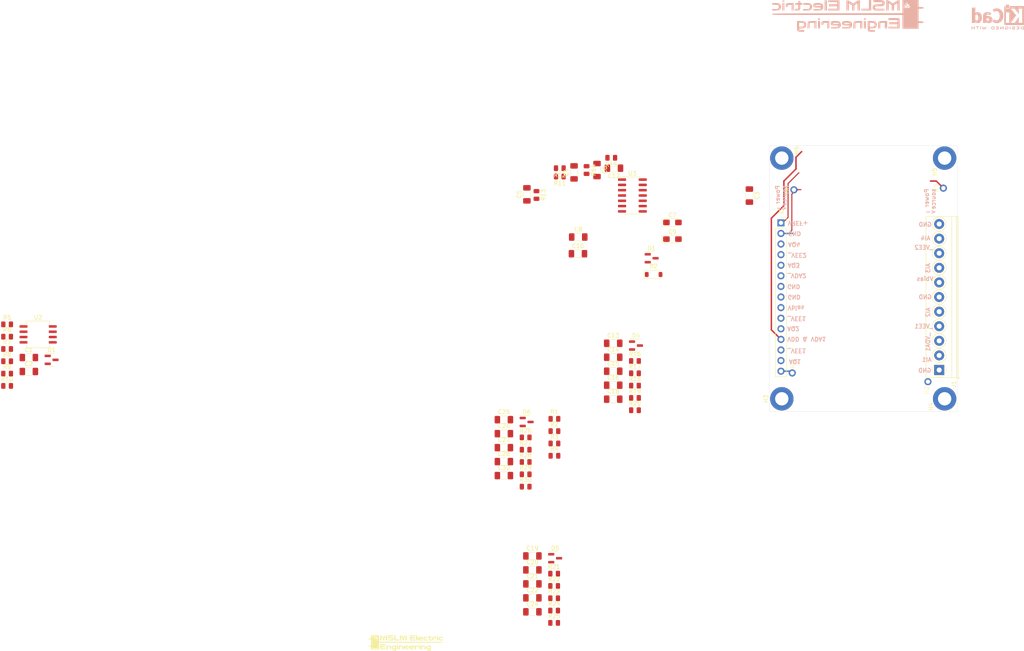
<source format=kicad_pcb>
(kicad_pcb (version 20241229) (generator "pcbnew") (generator_version "9.0")
  (layers (0 "F.Cu" signal) (2 "B.Cu" signal) (13 "F.Paste" user) (15 "B.Paste" user) (5 "F.SilkS" user "F.Silkscreen") (7 "B.SilkS" user "B.Silkscreen") (1 "F.Mask" user) (3 "B.Mask" user) (25 "Edge.Cuts" user))
  (net 0 "")
  (net 1 "/AI1+")
  (net 2 "/AQ1")
  (net 3 "/AQ2")
  (net 4 "/AI2+")
  (net 5 "/AQ3")
  (net 6 "/AI2-")
  (net 7 "/AQ4")
  (net 8 "/VREF+")
  (net 9 "/bias")
  (net 10 "GNDD")
  (net 11 "Net-(U3A--)")
  (net 16 "Net-(C6-Pad1)")
  (net 17 "/OPA1VDA")
  (net 18 "/OPA1VEE")
  (net 19 "Net-(U3B--)")
  (net 20 "Net-(C16-Pad1)")
  (net 21 "Net-(U3C--)")
  (net 22 "Net-(C22-Pad1)")
  (net 23 "Net-(U3D--)")
  (net 24 "Net-(C28-Pad1)")
  (net 25 "/AI3+")
  (net 26 "/AI3-")
  (net 27 "/AI4+")
  (net 28 "/AI4-")
  (net 31 "Net-(U1-REF)")
  (net 32 "Net-(U2A-+)")
  (net 33 "Net-(U2B--)")
  (net 34 "/VDA")
  (net 35 "GNDA")
  (net 37 "/VEE")
  (net 38 "/AI1-")
  (net 39 "Net-(U3A-+)")
  (net 40 "Net-(U3B-+)")
  (net 41 "Net-(U3C-+)")
  (net 42 "Net-(U3D-+)")
  (footprint "Package_TO_SOT_SMD:SOT-23" (layer "F.Cu") (at 137.146 119.334)
    (property "Reference" "D6" (at 0 -2.4 0) (layer "F.SilkS"))
    (property "Value" "BAT54S")
    (pad "1" smd roundrect (at -0.9375 -0.95) (size 1.475 0.6) (layers "F.Cu" "F.Mask" "F.Paste") (net 18 "/OPA1VEE"))
    (pad "2" smd roundrect (at -0.9375 0.95) (size 1.475 0.6) (layers "F.Cu" "F.Mask" "F.Paste") (net 17 "/OPA1VDA"))
    (pad "3" smd roundrect (at 0.9375 0) (size 1.475 0.6) (layers "F.Cu" "F.Mask" "F.Paste") (net 5 "/AQ3"))
  )
  (footprint "Capacitor_SMD:C_1206_3216Metric_Pad1.33x1.80mm_HandSolder" (layer "F.Cu") (at 157.8815 113.867)
    (property "Reference" "C18" (at 0 -1.85 0) (layer "F.SilkS"))
    (property "Value" "C_Small")
    (pad "1" smd roundrect (at -1.5625 0) (size 1.325 1.8) (layers "F.Cu" "F.Mask" "F.Paste") (roundrect_rratio 0.188679) (net 35 "GNDA"))
    (pad "2" smd roundrect (at 1.5625 0) (size 1.325 1.8) (layers "F.Cu" "F.Mask" "F.Paste") (roundrect_rratio 0.188679) (net 3 "/AQ2"))
  )
  (footprint "Resistor_SMD:R_0805_2012Metric" (layer "F.Cu") (at 12.697 101.836)
    (property "Reference" "R7" (at 0 -1.65 0) (layer "F.SilkS"))
    (property "Value" "R_Small")
    (pad "1" smd roundrect (at -0.9125 0) (size 1.025 1.4) (layers "F.Cu" "F.Mask" "F.Paste") (roundrect_rratio 0.243902) (net 31 "Net-(U1-REF)"))
    (pad "2" smd roundrect (at 0.9125 0) (size 1.025 1.4) (layers "F.Cu" "F.Mask" "F.Paste") (roundrect_rratio 0.243902) (net 10 "GNDD"))
  )
  (footprint "Resistor_SMD:R_0805_2012Metric" (layer "F.Cu") (at 163.0915 104.717)
    (property "Reference" "R16" (at 0 -1.65 0) (layer "F.SilkS"))
    (property "Value" "R_Small")
    (pad "1" smd roundrect (at -0.9125 0) (size 1.025 1.4) (layers "F.Cu" "F.Mask" "F.Paste") (roundrect_rratio 0.243902) (net 4 "/AI2+"))
    (pad "2" smd roundrect (at 0.9125 0) (size 1.025 1.4) (layers "F.Cu" "F.Mask" "F.Paste") (roundrect_rratio 0.243902) (net 40 "Net-(U3B-+)"))
  )
  (footprint "Capacitor_Tantalum_SMD:CP_EIA-3216-10_Kemet-I_Pad1.58x1.35mm_HandSolder" (layer "F.Cu") (at 172.0625 75.5)
    (property "Reference" "C9" (at 0 -1.75 0) (layer "F.SilkS"))
    (property "Value" "CP_Small")
    (pad "1" smd roundrect (at -1.4375 0) (size 1.575 1.35) (layers "F.Cu" "F.Mask" "F.Paste") (roundrect_rratio 0.185185) (net 18 "/OPA1VEE"))
    (pad "2" smd roundrect (at 1.4375 0) (size 1.575 1.35) (layers "F.Cu" "F.Mask" "F.Paste") (roundrect_rratio 0.185185) (net 35 "GNDA"))
  )
  (footprint "Capacitor_SMD:C_1206_3216Metric_Pad1.33x1.80mm_HandSolder" (layer "F.Cu") (at 131.696 128.834)
    (property "Reference" "C28" (at 0 -1.85 0) (layer "F.SilkS"))
    (property "Value" "FiltComp")
    (pad "1" smd roundrect (at -1.5625 0) (size 1.325 1.8) (layers "F.Cu" "F.Mask" "F.Paste") (roundrect_rratio 0.188679) (net 24 "Net-(C28-Pad1)"))
    (pad "2" smd roundrect (at 1.5625 0) (size 1.325 1.8) (layers "F.Cu" "F.Mask" "F.Paste") (roundrect_rratio 0.188679) (net 23 "Net-(U3D--)"))
  )
  (footprint "Resistor_SMD:R_0805_2012Metric" (layer "F.Cu") (at 163.0915 107.667)
    (property "Reference" "R17" (at 0 -1.65 0) (layer "F.SilkS"))
    (property "Value" "R_Small")
    (pad "1" smd roundrect (at -0.9125 0) (size 1.025 1.4) (layers "F.Cu" "F.Mask" "F.Paste") (roundrect_rratio 0.243902) (net 6 "/AI2-"))
    (pad "2" smd roundrect (at 0.9125 0) (size 1.025 1.4) (layers "F.Cu" "F.Mask" "F.Paste") (roundrect_rratio 0.243902) (net 19 "Net-(U3B--)"))
  )
  (footprint "Resistor_SMD:R_0805_2012Metric" (layer "F.Cu") (at 143.796 118.584)
    (property "Reference" "R1" (at 0 -1.65 0) (layer "F.SilkS"))
    (property "Value" "0R")
    (pad "1" smd roundrect (at -0.9125 0) (size 1.025 1.4) (layers "F.Cu" "F.Mask" "F.Paste") (roundrect_rratio 0.243902) (net 34 "/VDA"))
    (pad "2" smd roundrect (at 0.9125 0) (size 1.025 1.4) (layers "F.Cu" "F.Mask" "F.Paste") (roundrect_rratio 0.243902) (net 17 "/OPA1VDA"))
  )
  (footprint "Capacitor_SMD:C_1206_3216Metric_Pad1.33x1.80mm_HandSolder" (layer "F.Cu") (at 157.8815 107.167)
    (property "Reference" "C15" (at 0 -1.85 0) (layer "F.SilkS"))
    (property "Value" "FiltComp")
    (pad "1" smd roundrect (at -1.5625 0) (size 1.325 1.8) (layers "F.Cu" "F.Mask" "F.Paste") (roundrect_rratio 0.188679) (net 9 "/bias"))
    (pad "2" smd roundrect (at 1.5625 0) (size 1.325 1.8) (layers "F.Cu" "F.Mask" "F.Paste") (roundrect_rratio 0.188679) (net 40 "Net-(U3B-+)"))
  )
  (footprint "Resistor_SMD:R_0805_2012Metric" (layer "F.Cu") (at 12.697 110.686)
    (property "Reference" "R10" (at 0 -1.65 0) (layer "F.SilkS"))
    (property "Value" "R_Small")
    (pad "1" smd roundrect (at -0.9125 0) (size 1.025 1.4) (layers "F.Cu" "F.Mask" "F.Paste") (roundrect_rratio 0.243902) (net 32 "Net-(U2A-+)"))
    (pad "2" smd roundrect (at 0.9125 0) (size 1.025 1.4) (layers "F.Cu" "F.Mask" "F.Paste") (roundrect_rratio 0.243902) (net 10 "GNDD"))
  )
  (footprint "Resistor_SMD:R_0805_2012Metric" (layer "F.Cu") (at 163.0915 116.517)
    (property "Reference" "R20" (at 0 -1.65 0) (layer "F.SilkS"))
    (property "Value" "R_Small")
    (pad "1" smd roundrect (at -0.9125 0) (size 1.025 1.4) (layers "F.Cu" "F.Mask" "F.Paste") (roundrect_rratio 0.243902) (net 3 "/AQ2"))
    (pad "2" smd roundrect (at 0.9125 0) (size 1.025 1.4) (layers "F.Cu" "F.Mask" "F.Paste") (roundrect_rratio 0.243902) (net 20 "Net-(C16-Pad1)"))
  )
  (footprint "Capacitor_SMD:C_1206_3216Metric_Pad1.33x1.80mm_HandSolder" (layer "F.Cu") (at 131.696 125.484)
    (property "Reference" "C27" (at 0 -1.85 0) (layer "F.SilkS"))
    (property "Value" "FiltComp")
    (pad "1" smd roundrect (at -1.5625 0) (size 1.325 1.8) (layers "F.Cu" "F.Mask" "F.Paste") (roundrect_rratio 0.188679) (net 9 "/bias"))
    (pad "2" smd roundrect (at 1.5625 0) (size 1.325 1.8) (layers "F.Cu" "F.Mask" "F.Paste") (roundrect_rratio 0.188679) (net 42 "Net-(U3D-+)"))
  )
  (footprint "Resistor_SMD:R_0805_2012Metric" (layer "F.Cu") (at 143.7285 161.596)
    (property "Reference" "R23" (at 0 -1.65 0) (layer "F.SilkS"))
    (property "Value" "FiltComp")
    (pad "1" smd roundrect (at -0.9125 0) (size 1.025 1.4) (layers "F.Cu" "F.Mask" "F.Paste") (roundrect_rratio 0.243902) (net 9 "/bias"))
    (pad "2" smd roundrect (at 0.9125 0) (size 1.025 1.4) (layers "F.Cu" "F.Mask" "F.Paste") (roundrect_rratio 0.243902) (net 41 "Net-(U3C-+)"))
  )
  (footprint "Resistor_SMD:R_0805_2012Metric" (layer "F.Cu") (at 136.906 128.934)
    (property "Reference" "R28" (at 0 -1.65 0) (layer "F.SilkS"))
    (property "Value" "FiltComp")
    (pad "1" smd roundrect (at -0.9125 0) (size 1.025 1.4) (layers "F.Cu" "F.Mask" "F.Paste") (roundrect_rratio 0.243902) (net 9 "/bias"))
    (pad "2" smd roundrect (at 0.9125 0) (size 1.025 1.4) (layers "F.Cu" "F.Mask" "F.Paste") (roundrect_rratio 0.243902) (net 42 "Net-(U3D-+)"))
  )
  (footprint "Capacitor_SMD:C_1206_3216Metric_Pad1.33x1.80mm_HandSolder" (layer "F.Cu") (at 138.5185 154.796)
    (property "Reference" "C20" (at 0 -1.85 0) (layer "F.SilkS"))
    (property "Value" "C_Small")
    (pad "1" smd roundrect (at -1.5625 0) (size 1.325 1.8) (layers "F.Cu" "F.Mask" "F.Paste") (roundrect_rratio 0.188679) (net 21 "Net-(U3C--)"))
    (pad "2" smd roundrect (at 1.5625 0) (size 1.325 1.8) (layers "F.Cu" "F.Mask" "F.Paste") (roundrect_rratio 0.188679) (net 41 "Net-(U3C-+)"))
  )
  (footprint "Resistor_SMD:R_0805_2012Metric" (layer "F.Cu") (at 136.906 123.034)
    (property "Reference" "R26" (at 0 -1.65 0) (layer "F.SilkS"))
    (property "Value" "R_Small")
    (pad "1" smd roundrect (at -0.9125 0) (size 1.025 1.4) (layers "F.Cu" "F.Mask" "F.Paste") (roundrect_rratio 0.243902) (net 25 "/AI3+"))
    (pad "2" smd roundrect (at 0.9125 0) (size 1.025 1.4) (layers "F.Cu" "F.Mask" "F.Paste") (roundrect_rratio 0.243902) (net 42 "Net-(U3D-+)"))
  )
  (footprint "Capacitor_SMD:C_1206_3216Metric_Pad1.33x1.80mm_HandSolder" (layer "F.Cu") (at 138.5185 161.496)
    (property "Reference" "C22" (at 0 -1.85 0) (layer "F.SilkS"))
    (property "Value" "FiltComp")
    (pad "1" smd roundrect (at -1.5625 0) (size 1.325 1.8) (layers "F.Cu" "F.Mask" "F.Paste") (roundrect_rratio 0.188679) (net 22 "Net-(C22-Pad1)"))
    (pad "2" smd roundrect (at 1.5625 0) (size 1.325 1.8) (layers "F.Cu" "F.Mask" "F.Paste") (roundrect_rratio 0.188679) (net 21 "Net-(U3C--)"))
  )
  (footprint "Resistor_SMD:R_0805_2012Metric" (layer "F.Cu") (at 143.7285 158.646)
    (property "Reference" "R22" (at 0 -1.65 0) (layer "F.SilkS"))
    (property "Value" "R_Small")
    (pad "1" smd roundrect (at -0.9125 0) (size 1.025 1.4) (layers "F.Cu" "F.Mask" "F.Paste") (roundrect_rratio 0.243902) (net 28 "/AI4-"))
    (pad "2" smd roundrect (at 0.9125 0) (size 1.025 1.4) (layers "F.Cu" "F.Mask" "F.Paste") (roundrect_rratio 0.243902) (net 21 "Net-(U3C--)"))
  )
  (footprint "Capacitor_SMD:C_1206_3216Metric_Pad1.33x1.80mm_HandSolder" (layer "F.Cu") (at 131.696 118.784)
    (property "Reference" "C25" (at 0 -1.85 0) (layer "F.SilkS"))
    (property "Value" "C_Small")
    (pad "1" smd roundrect (at -1.5625 0) (size 1.325 1.8) (layers "F.Cu" "F.Mask" "F.Paste") (roundrect_rratio 0.188679) (net 26 "/AI3-"))
    (pad "2" smd roundrect (at 1.5625 0) (size 1.325 1.8) (layers "F.Cu" "F.Mask" "F.Paste") (roundrect_rratio 0.188679) (net 25 "/AI3+"))
  )
  (footprint "Capacitor_SMD:C_1206_3216Metric_Pad1.33x1.80mm_HandSolder" (layer "F.Cu") (at 137.206 64.762 90)
    (property "Reference" "C5" (at 0 -1.85 90) (layer "F.SilkS"))
    (property "Value" "FiltComp")
    (pad "1" smd roundrect (at -1.5625 0 90) (size 1.325 1.8) (layers "F.Cu" "F.Mask" "F.Paste") (roundrect_rratio 0.188679) (net 39 "Net-(U3A-+)"))
    (pad "2" smd roundrect (at 1.5625 0 90) (size 1.325 1.8) (layers "F.Cu" "F.Mask" "F.Paste") (roundrect_rratio 0.188679) (net 9 "/bias"))
  )
  (footprint "Resistor_SMD:R_0805_2012Metric" (layer "F.Cu") (at 136.906 131.884)
    (property "Reference" "R29" (at 0 -1.65 0) (layer "F.SilkS"))
    (property "Value" "FiltComp")
    (pad "1" smd roundrect (at -0.9125 0) (size 1.025 1.4) (layers "F.Cu" "F.Mask" "F.Paste") (roundrect_rratio 0.243902) (net 24 "Net-(C28-Pad1)"))
    (pad "2" smd roundrect (at 0.9125 0) (size 1.025 1.4) (layers "F.Cu" "F.Mask" "F.Paste") (roundrect_rratio 0.243902) (net 23 "Net-(U3D--)"))
  )
  (footprint "Package_TO_SOT_SMD:SOT-23" (layer "F.Cu") (at 23.357 104.436)
    (property "Reference" "U1" (at 0 -2.4 0) (layer "F.SilkS"))
    (property "Value" "TL431DBZ")
    (pad "1" smd roundrect (at -0.9375 -0.95) (size 1.475 0.6) (layers "F.Cu" "F.Mask" "F.Paste") (net 8 "/VREF+"))
    (pad "2" smd roundrect (at -0.9375 0.95) (size 1.475 0.6) (layers "F.Cu" "F.Mask" "F.Paste") (net 31 "Net-(U1-REF)"))
    (pad "3" smd roundrect (at 0.9375 0) (size 1.475 0.6) (layers "F.Cu" "F.Mask" "F.Paste") (net 10 "GNDD"))
  )
  (footprint "Capacitor_SMD:C_1206_3216Metric_Pad1.33x1.80mm_HandSolder" (layer "F.Cu") (at 158.0625 58.5 180)
    (property "Reference" "C12" (at 0 -1.85 0) (layer "F.SilkS"))
    (property "Value" "C_Small")
    (pad "1" smd roundrect (at -1.5625 0 180) (size 1.325 1.8) (layers "F.Cu" "F.Mask" "F.Paste") (roundrect_rratio 0.188679) (net 35 "GNDA"))
    (pad "2" smd roundrect (at 1.5625 0 180) (size 1.325 1.8) (layers "F.Cu" "F.Mask" "F.Paste") (roundrect_rratio 0.188679) (net 2 "/AQ1"))
  )
  (footprint "Package_SO:SOIC-14_3.9x8.7mm_P1.27mm" (layer "F.Cu") (at 162.475 65.04)
    (property "Reference" "U3" (at 0 -5.28 0) (layer "F.SilkS"))
    (property "Value" "Opamp_Quad_Generic")
    (pad "1" smd roundrect (at -2.475 -3.81) (size 1.95 0.6) (layers "F.Cu" "F.Mask" "F.Paste") (net 16 "Net-(C6-Pad1)"))
    (pad "2" smd roundrect (at -2.475 -2.54) (size 1.95 0.6) (layers "F.Cu" "F.Mask" "F.Paste") (net 11 "Net-(U3A--)"))
    (pad "3" smd roundrect (at -2.475 -1.27) (size 1.95 0.6) (layers "F.Cu" "F.Mask" "F.Paste") (net 39 "Net-(U3A-+)"))
    (pad "4" smd roundrect (at -2.475 0) (size 1.95 0.6) (layers "F.Cu" "F.Mask" "F.Paste") (net 17 "/OPA1VDA"))
    (pad "5" smd roundrect (at -2.475 1.27) (size 1.95 0.6) (layers "F.Cu" "F.Mask" "F.Paste") (net 40 "Net-(U3B-+)"))
    (pad "6" smd roundrect (at -2.475 2.54) (size 1.95 0.6) (layers "F.Cu" "F.Mask" "F.Paste") (net 19 "Net-(U3B--)"))
    (pad "7" smd roundrect (at -2.475 3.81) (size 1.95 0.6) (layers "F.Cu" "F.Mask" "F.Paste") (net 20 "Net-(C16-Pad1)"))
    (pad "8" smd roundrect (at 2.475 3.81) (size 1.95 0.6) (layers "F.Cu" "F.Mask" "F.Paste") (net 22 "Net-(C22-Pad1)"))
    (pad "9" smd roundrect (at 2.475 2.54) (size 1.95 0.6) (layers "F.Cu" "F.Mask" "F.Paste") (net 21 "Net-(U3C--)"))
    (pad "10" smd roundrect (at 2.475 1.27) (size 1.95 0.6) (layers "F.Cu" "F.Mask" "F.Paste") (net 41 "Net-(U3C-+)"))
    (pad "11" smd roundrect (at 2.475 0) (size 1.95 0.6) (layers "F.Cu" "F.Mask" "F.Paste") (net 18 "/OPA1VEE"))
    (pad "12" smd roundrect (at 2.475 -1.27) (size 1.95 0.6) (layers "F.Cu" "F.Mask" "F.Paste") (net 42 "Net-(U3D-+)"))
    (pad "13" smd roundrect (at 2.475 -2.54) (size 1.95 0.6) (layers "F.Cu" "F.Mask" "F.Paste") (net 23 "Net-(U3D--)"))
    (pad "14" smd roundrect (at 2.475 -3.81) (size 1.95 0.6) (layers "F.Cu" "F.Mask" "F.Paste") (net 24 "Net-(C28-Pad1)"))
  )
  (footprint "Capacitor_Tantalum_SMD:CP_EIA-3216-10_Kemet-I_Pad1.58x1.35mm_HandSolder" (layer "F.Cu") (at 172.0625 71.5)
    (property "Reference" "C7" (at 0 -1.75 0) (layer "F.SilkS"))
    (property "Value" "CP_Small")
    (pad "1" smd roundrect (at -1.4375 0) (size 1.575 1.35) (layers "F.Cu" "F.Mask" "F.Paste") (roundrect_rratio 0.185185) (net 17 "/OPA1VDA"))
    (pad "2" smd roundrect (at 1.4375 0) (size 1.575 1.35) (layers "F.Cu" "F.Mask" "F.Paste") (roundrect_rratio 0.185185) (net 35 "GNDA"))
  )
  (footprint "Resistor_SMD:R_0805_2012Metric" (layer "F.Cu") (at 143.796 127.434)
    (property "Reference" "R4" (at 0 -1.65 0) (layer "F.SilkS"))
    (property "Value" "NP")
    (pad "1" smd roundrect (at -0.9125 0) (size 1.025 1.4) (layers "F.Cu" "F.Mask" "F.Paste") (roundrect_rratio 0.243902) (net 35 "GNDA"))
    (pad "2" smd roundrect (at 0.9125 0) (size 1.025 1.4) (layers "F.Cu" "F.Mask" "F.Paste") (roundrect_rratio 0.243902) (net 18 "/OPA1VEE"))
  )
  (footprint "Capacitor_SMD:C_1206_3216Metric_Pad1.33x1.80mm_HandSolder" (layer "F.Cu") (at 138.5185 151.446)
    (property "Reference" "C19" (at 0 -1.85 0) (layer "F.SilkS"))
    (property "Value" "C_Small")
    (pad "1" smd roundrect (at -1.5625 0) (size 1.325 1.8) (layers "F.Cu" "F.Mask" "F.Paste") (roundrect_rratio 0.188679) (net 28 "/AI4-"))
    (pad "2" smd roundrect (at 1.5625 0) (size 1.325 1.8) (layers "F.Cu" "F.Mask" "F.Paste") (roundrect_rratio 0.188679) (net 27 "/AI4+"))
  )
  (footprint "MountingHole:MountingHole_3.2mm_M3_DIN965_Pad" (layer "F.Cu") (at 237.2642 113.7782 90)
    (property "Reference" "H4" (at -1.9 -3.3 90) (layer "F.SilkS"))
    (property "Value" "MountingHole_Pad")
    (pad "1" thru_hole circle (at 0 0 90) (size 5.6 5.6) (drill 3.2) (layers "*.Cu" "*.Mask"))
  )
  (footprint "Capacitor_SMD:C_1206_3216Metric_Pad1.33x1.80mm_HandSolder" (layer "F.Cu") (at 17.907 107.236)
    (property "Reference" "C2" (at 0 -1.85 0) (layer "F.SilkS"))
    (property "Value" "C_Small")
    (pad "1" smd roundrect (at -1.5625 0) (size 1.325 1.8) (layers "F.Cu" "F.Mask" "F.Paste") (roundrect_rratio 0.188679) (net 34 "/VDA"))
    (pad "2" smd roundrect (at 1.5625 0) (size 1.325 1.8) (layers "F.Cu" "F.Mask" "F.Paste") (roundrect_rratio 0.188679) (net 10 "GNDD"))
  )
  (footprint "Capacitor_SMD:C_1206_3216Metric_Pad1.33x1.80mm_HandSolder" (layer "F.Cu") (at 17.907 103.886)
    (property "Reference" "C1" (at 0 -1.85 0) (layer "F.SilkS"))
    (property "Value" "C_Small")
    (pad "1" smd roundrect (at -1.5625 0) (size 1.325 1.8) (layers "F.Cu" "F.Mask" "F.Paste") (roundrect_rratio 0.188679) (net 34 "/VDA"))
    (pad "2" smd roundrect (at 1.5625 0) (size 1.325 1.8) (layers "F.Cu" "F.Mask" "F.Paste") (roundrect_rratio 0.188679) (net 10 "GNDD"))
  )
  (footprint "MyLIBS:Hole_pad_1mm" (layer "F.Cu") (at 233.2642 109.6782 90)
    (property "Reference" "H2" (at -2 -0.3 90) (layer "F.SilkS") (effects (font (thickness 0.1))))
    (property "Value" "MountingHole_Pad_small")
    (pad "1" thru_hole circle (at 0 0 90) (size 1.7 1.7) (drill 1) (layers "*.Cu" "*.Mask") (net 10 "GNDD"))
  )
  (footprint "MountingHole:MountingHole_3.2mm_M3_DIN965_Pad" (layer "F.Cu") (at 198.2642 113.7782 90)
    (property "Reference" "H3" (at 0 -3.8 90) (layer "F.SilkS"))
    (property "Value" "MountingHole_Pad")
    (pad "1" thru_hole circle (at 0 0 90) (size 5.6 5.6) (drill 3.2) (layers "*.Cu" "*.Mask"))
  )
  (footprint "Resistor_SMD:R_0805_2012Metric" (layer "F.Cu") (at 151.5 58.9375 -90)
    (property "Reference" "R14" (at 0 -1.65 90) (layer "F.SilkS"))
    (property "Value" "FiltComp")
    (pad "1" smd roundrect (at -0.9125 0 270) (size 1.025 1.4) (layers "F.Cu" "F.Mask" "F.Paste") (roundrect_rratio 0.243902) (net 16 "Net-(C6-Pad1)"))
    (pad "2" smd roundrect (at 0.9125 0 270) (size 1.025 1.4) (layers "F.Cu" "F.Mask" "F.Paste") (roundrect_rratio 0.243902) (net 11 "Net-(U3A--)"))
  )
  (footprint "Resistor_SMD:R_0805_2012Metric" (layer "F.Cu") (at 136.906 134.834)
    (property "Reference" "R30" (at 0 -1.65 0) (layer "F.SilkS"))
    (property "Value" "R_Small")
    (pad "1" smd roundrect (at -0.9125 0) (size 1.025 1.4) (layers "F.Cu" "F.Mask" "F.Paste") (roundrect_rratio 0.243902) (net 5 "/AQ3"))
    (pad "2" smd roundrect (at 0.9125 0) (size 1.025 1.4) (layers "F.Cu" "F.Mask" "F.Paste") (roundrect_rratio 0.243902) (net 24 "Net-(C28-Pad1)"))
  )
  (footprint "MyLIBS:Hole_pad_1mm" (layer "F.Cu") (at 201.1642 63.6782 90)
    (property "Reference" "H8" (at 0 -1.524 90) (layer "F.SilkS") (effects (font (thickness 0.1))))
    (property "Value" "MountingHole_Pad_small")
    (pad "1" thru_hole circle (at 0 0 90) (size 1.7 1.7) (drill 1) (layers "*.Cu" "*.Mask") (net 10 "GNDD"))
  )
  (footprint "Resistor_SMD:R_0805_2012Metric" (layer "F.Cu") (at 145.0875 58.5 180)
    (property "Reference" "R12" (at 0 -1.65 0) (layer "F.SilkS"))
    (property "Value" "R_Small")
    (pad "1" smd roundrect (at -0.9125 0 180) (size 1.025 1.4) (layers "F.Cu" "F.Mask" "F.Paste") (roundrect_rratio 0.243902) (net 11 "Net-(U3A--)"))
    (pad "2" smd roundrect (at 0.9125 0 180) (size 1.025 1.4) (layers "F.Cu" "F.Mask" "F.Paste") (roundrect_rratio 0.243902) (net 38 "/AI1-"))
  )
  (footprint "Capacitor_SMD:C_1206_3216Metric_Pad1.33x1.80mm_HandSolder" (layer "F.Cu") (at 157.8815 100.467)
    (property "Reference" "C13" (at 0 -1.85 0) (layer "F.SilkS"))
    (property "Value" "C_Small")
    (pad "1" smd roundrect (at -1.5625 0) (size 1.325 1.8) (layers "F.Cu" "F.Mask" "F.Paste") (roundrect_rratio 0.188679) (net 6 "/AI2-"))
    (pad "2" smd roundrect (at 1.5625 0) (size 1.325 1.8) (layers "F.Cu" "F.Mask" "F.Paste") (roundrect_rratio 0.188679) (net 4 "/AI2+"))
  )
  (footprint "Resistor_SMD:R_0805_2012Metric" (layer "F.Cu") (at 139.5 64.9125 -90)
    (property "Reference" "R13" (at 0 -1.65 90) (layer "F.SilkS"))
    (property "Value" "FiltComp")
    (pad "1" smd roundrect (at -0.9125 0 270) (size 1.025 1.4) (layers "F.Cu" "F.Mask" "F.Paste") (roundrect_rratio 0.243902) (net 9 "/bias"))
    (pad "2" smd roundrect (at 0.9125 0 270) (size 1.025 1.4) (layers "F.Cu" "F.Mask" "F.Paste") (roundrect_rratio 0.243902) (net 39 "Net-(U3A-+)"))
  )
  (footprint "MyLIBS:Hole_pad_1mm" (layer "F.Cu") (at 200.7642 107.5782 180)
    (property "Reference" "H1" (at -0.1 2 90) (layer "F.SilkS") (effects (font (thickness 0.1))))
    (property "Value" "MountingHole_Pad_small")
    (pad "1" thru_hole circle (at 0 0 180) (size 1.7 1.7) (drill 1) (layers "*.Cu" "*.Mask") (net 10 "GNDD"))
  )
  (footprint "Connector_PinSocket_2.54mm:PinSocket_1x15_P2.54mm_Vertical" (layer "F.Cu") (at 198.0642 71.5982)
    (property "Reference" "J2" (at 0 -2.77 0) (layer "F.SilkS"))
    (property "Value" "Conn_01x15")
    (pad "1" thru_hole rect (at 0 0) (size 1.7 1.7) (drill 1) (layers "*.Cu" "*.Mask") (net 8 "/VREF+"))
    (pad "2" thru_hole oval (at 0 2.54) (size 1.7 1.7) (drill 1) (layers "*.Cu" "*.Mask") (net 10 "GNDD"))
    (pad "3" thru_hole oval (at 0 5.08) (size 1.7 1.7) (drill 1) (layers "*.Cu" "*.Mask") (net 7 "/AQ4"))
    (pad "4" thru_hole oval (at 0 7.62) (size 1.7 1.7) (drill 1) (layers "*.Cu" "*.Mask"))
    (pad "5" thru_hole oval (at 0 10.16) (size 1.7 1.7) (drill 1) (layers "*.Cu" "*.Mask") (net 5 "/AQ3"))
    (pad "6" thru_hole oval (at 0 12.7) (size 1.7 1.7) (drill 1) (layers "*.Cu" "*.Mask"))
    (pad "7" thru_hole oval (at 0 15.24) (size 1.7 1.7) (drill 1) (layers "*.Cu" "*.Mask") (net 10 "GNDD"))
    (pad "8" thru_hole oval (at 0 17.78) (size 1.7 1.7) (drill 1) (layers "*.Cu" "*.Mask") (net 10 "GNDD"))
    (pad "9" thru_hole oval (at 0 20.32) (size 1.7 1.7) (drill 1) (layers "*.Cu" "*.Mask") (net 9 "/bias"))
    (pad "10" thru_hole oval (at 0 22.86) (size 1.7 1.7) (drill 1) (layers "*.Cu" "*.Mask") (net 37 "/VEE"))
    (pad "11" thru_hole oval (at 0 25.4) (size 1.7 1.7) (drill 1) (layers "*.Cu" "*.Mask") (net 3 "/AQ2"))
    (pad "12" thru_hole oval (at 0 27.94) (size 1.7 1.7) (drill 1) (layers "*.Cu" "*.Mask") (net 34 "/VDA"))
    (pad "13" thru_hole oval (at 0 30.48) (size 1.7 1.7) (drill 1) (layers "*.Cu" "*.Mask") (net 37 "/VEE"))
    (pad "14" thru_hole oval (at 0 33.02) (size 1.7 1.7) (drill 1) (layers "*.Cu" "*.Mask") (net 2 "/AQ1"))
    (pad "15" thru_hole oval (at 0 35.56) (size 1.7 1.7) (drill 1) (layers "*.Cu" "*.Mask") (net 10 "GNDD"))
  )
  (footprint "Resistor_SMD:R_0805_2012Metric" (layer "F.Cu") (at 157.4125 56 180)
    (property "Reference" "R15" (at 0 -1.65 0) (layer "F.SilkS"))
    (property "Value" "R_Small")
    (pad "1" smd roundrect (at -0.9125 0 180) (size 1.025 1.4) (layers "F.Cu" "F.Mask" "F.Paste") (roundrect_rratio 0.243902) (net 16 "Net-(C6-Pad1)"))
    (pad "2" smd roundrect (at 0.9125 0 180) (size 1.025 1.4) (layers "F.Cu" "F.Mask" "F.Paste") (roundrect_rratio 0.243902) (net 2 "/AQ1"))
  )
  (footprint "Capacitor_SMD:C_1206_3216Metric_Pad1.33x1.80mm_HandSolder" (layer "F.Cu") (at 138.5185 158.146)
    (property "Reference" "C21" (at 0 -1.85 0) (layer "F.SilkS"))
    (property "Value" "FiltComp")
    (pad "1" smd roundrect (at -1.5625 0) (size 1.325 1.8) (layers "F.Cu" "F.Mask" "F.Paste") (roundrect_rratio 0.188679) (net 9 "/bias"))
    (pad "2" smd roundrect (at 1.5625 0) (size 1.325 1.8) (layers "F.Cu" "F.Mask" "F.Paste") (roundrect_rratio 0.188679) (net 41 "Net-(U3C-+)"))
  )
  (footprint "Capacitor_SMD:C_1206_3216Metric_Pad1.33x1.80mm_HandSolder" (layer "F.Cu") (at 157.8815 110.517)
    (property "Reference" "C16" (at 0 -1.85 0) (layer "F.SilkS"))
    (property "Value" "FiltComp")
    (pad "1" smd roundrect (at -1.5625 0) (size 1.325 1.8) (layers "F.Cu" "F.Mask" "F.Paste") (roundrect_rratio 0.188679) (net 20 "Net-(C16-Pad1)"))
    (pad "2" smd roundrect (at 1.5625 0) (size 1.325 1.8) (layers "F.Cu" "F.Mask" "F.Paste") (roundrect_rratio 0.188679) (net 19 "Net-(U3B--)"))
  )
  (footprint "MyLIBS:Hole_pad_1mm" (layer "F.Cu") (at 236.9642 63.2782 90)
    (property "Reference" "H7" (at 0 -1.524 90) (layer "F.SilkS") (effects (font (thickness 0.1))))
    (property "Value" "MountingHole_Pad_small")
    (pad "1" thru_hole circle (at 0 0 90) (size 1.7 1.7) (drill 1) (layers "*.Cu" "*.Mask") (net 10 "GNDD"))
  )
  (footprint "Package_TO_SOT_SMD:SOT-23" (layer "F.Cu") (at 143.9685 151.996)
    (property "Reference" "D5" (at 0 -2.4 0) (layer "F.SilkS"))
    (property "Value" "BAT54S")
    (pad "1" smd roundrect (at -0.9375 -0.95) (size 1.475 0.6) (layers "F.Cu" "F.Mask" "F.Paste") (net 18 "/OPA1VEE"))
    (pad "2" smd roundrect (at -0.9375 0.95) (size 1.475 0.6) (layers "F.Cu" "F.Mask" "F.Paste") (net 17 "/OPA1VDA"))
    (pad "3" smd roundrect (at 0.9375 0) (size 1.475 0.6) (layers "F.Cu" "F.Mask" "F.Paste") (net 7 "/AQ4"))
  )
  (footprint "Capacitor_SMD:C_1206_3216Metric_Pad1.33x1.80mm_HandSolder" (layer "F.Cu") (at 131.696 132.184)
    (property "Reference" "C30" (at 0 -1.85 0) (layer "F.SilkS"))
    (property "Value" "C_Small")
    (pad "1" smd roundrect (at -1.5625 0) (size 1.325 1.8) (layers "F.Cu" "F.Mask" "F.Paste") (roundrect_rratio 0.188679) (net 35 "GNDA"))
    (pad "2" smd roundrect (at 1.5625 0) (size 1.325 1.8) (layers "F.Cu" "F.Mask" "F.Paste") (roundrect_rratio 0.188679) (net 5 "/AQ3"))
  )
  (footprint "Resistor_SMD:R_0805_2012Metric" (layer "F.Cu") (at 12.697 95.936)
    (property "Reference" "R5" (at 0 -1.65 0) (layer "F.SilkS"))
    (property "Value" "R_Small")
    (pad "1" smd roundrect (at -0.9125 0) (size 1.025 1.4) (layers "F.Cu" "F.Mask" "F.Paste") (roundrect_rratio 0.243902) (net 8 "/VREF+"))
    (pad "2" smd roundrect (at 0.9125 0) (size 1.025 1.4) (layers "F.Cu" "F.Mask" "F.Paste") (roundrect_rratio 0.243902) (net 34 "/VDA"))
  )
  (footprint "Resistor_SMD:R_0805_2012Metric" (layer "F.Cu") (at 163.0915 110.617)
    (property "Reference" "R18" (at 0 -1.65 0) (layer "F.SilkS"))
    (property "Value" "FiltComp")
    (pad "1" smd roundrect (at -0.9125 0) (size 1.025 1.4) (layers "F.Cu" "F.Mask" "F.Paste") (roundrect_rratio 0.243902) (net 9 "/bias"))
    (pad "2" smd roundrect (at 0.9125 0) (size 1.025 1.4) (layers "F.Cu" "F.Mask" "F.Paste") (roundrect_rratio 0.243902) (net 40 "Net-(U3B-+)"))
  )
  (footprint "Capacitor_SMD:C_1206_3216Metric_Pad1.33x1.80mm_HandSolder" (layer "F.Cu") (at 154 58.9375 -90)
    (property "Reference" "C6" (at 0 -1.85 90) (layer "F.SilkS"))
    (property "Value" "FiltComp")
    (pad "1" smd roundrect (at -1.5625 0 270) (size 1.325 1.8) (layers "F.Cu" "F.Mask" "F.Paste") (roundrect_rratio 0.188679) (net 16 "Net-(C6-Pad1)"))
    (pad "2" smd roundrect (at 1.5625 0 270) (size 1.325 1.8) (layers "F.Cu" "F.Mask" "F.Paste") (roundrect_rratio 0.188679) (net 11 "Net-(U3A--)"))
  )
  (footprint "TerminalBlock_Phoenix:TerminalBlock_Phoenix_PT-1,5-11-3.5-H_1x11_P3.50mm_Horizontal" (layer "F.Cu") (at 235.9642 106.8782 90)
    (property "Reference" "J1" (at -3.4 3.5 90) (layer "F.SilkS"))
    (property "Value" "Screw_Terminal_01x11")
    (pad "1" thru_hole rect (at 0 0 90) (size 2.4 2.4) (drill 1.2) (layers "*.Cu" "*.Mask"))
    (pad "2" thru_hole circle (at 3.5 0 90) (size 2.4 2.4) (drill 1.2) (layers "*.Cu" "*.Mask") (net 28 "/AI4-"))
    (pad "3" thru_hole circle (at 7 0 90) (size 2.4 2.4) (drill 1.2) (layers "*.Cu" "*.Mask") (net 27 "/AI4+"))
    (pad "4" thru_hole circle (at 10.5 0 90) (size 2.4 2.4) (drill 1.2) (layers "*.Cu" "*.Mask") (net 26 "/AI3-"))
    (pad "5" thru_hole circle (at 14 0 90) (size 2.4 2.4) (drill 1.2) (layers "*.Cu" "*.Mask") (net 25 "/AI3+"))
    (pad "6" thru_hole circle (at 17.5 0 90) (size 2.4 2.4) (drill 1.2) (layers "*.Cu" "*.Mask") (net 37 "/VEE"))
    (pad "7" thru_hole circle (at 21 0 90) (size 2.4 2.4) (drill 1.2) (layers "*.Cu" "*.Mask") (net 34 "/VDA"))
    (pad "8" thru_hole circle (at 24.5 0 90) (size 2.4 2.4) (drill 1.2) (layers "*.Cu" "*.Mask") (net 6 "/AI2-"))
    (pad "9" thru_hole circle (at 28 0 90) (size 2.4 2.4) (drill 1.2) (layers "*.Cu" "*.Mask") (net 4 "/AI2+"))
    (pad "10" thru_hole circle (at 31.5 0 90) (size 2.4 2.4) (drill 1.2) (layers "*.Cu" "*.Mask") (net 38 "/AI1-"))
    (pad "11" thru_hole circle (at 35 0 90) (size 2.4 2.4) (drill 1.2) (layers "*.Cu" "*.Mask") (net 1 "/AI1+"))
  )
  (footprint "Resistor_SMD:R_0805_2012Metric" (layer "F.Cu") (at 12.697 107.736)
    (property "Reference" "R9" (at 0 -1.65 0) (layer "F.SilkS"))
    (property "Value" "R_Small")
    (pad "1" smd roundrect (at -0.9125 0) (size 1.025 1.4) (layers "F.Cu" "F.Mask" "F.Paste") (roundrect_rratio 0.243902) (net 8 "/VREF+"))
    (pad "2" smd roundrect (at 0.9125 0) (size 1.025 1.4) (layers "F.Cu" "F.Mask" "F.Paste") (roundrect_rratio 0.243902) (net 32 "Net-(U2A-+)"))
  )
  (footprint "Capacitor_SMD:C_1206_3216Metric_Pad1.33x1.80mm_HandSolder" (layer "F.Cu") (at 131.696 122.134)
    (property "Reference" "C26" (at 0 -1.85 0) (layer "F.SilkS"))
    (property "Value" "C_Small")
    (pad "1" smd roundrect (at -1.5625 0) (size 1.325 1.8) (layers "F.Cu" "F.Mask" "F.Paste") (roundrect_rratio 0.188679) (net 23 "Net-(U3D--)"))
    (pad "2" smd roundrect (at 1.5625 0) (size 1.325 1.8) (layers "F.Cu" "F.Mask" "F.Paste") (roundrect_rratio 0.188679) (net 42 "Net-(U3D-+)"))
  )
  (footprint "Capacitor_SMD:C_1206_3216Metric_Pad1.33x1.80mm_HandSolder" (layer "F.Cu") (at 148.5 59.5 90)
    (property "Reference" "C4" (at 0 -1.85 90) (layer "F.SilkS"))
    (property "Value" "C_Small")
    (pad "1" smd roundrect (at -1.5625 0 90) (size 1.325 1.8) (layers "F.Cu" "F.Mask" "F.Paste") (roundrect_rratio 0.188679) (net 39 "Net-(U3A-+)"))
    (pad "2" smd roundrect (at 1.5625 0 90) (size 1.325 1.8) (layers "F.Cu" "F.Mask" "F.Paste") (roundrect_rratio 0.188679) (net 11 "Net-(U3A--)"))
  )
  (footprint "Capacitor_SMD:C_1206_3216Metric_Pad1.33x1.80mm_HandSolder" (layer "F.Cu") (at 138.5185 164.846)
    (property "Reference" "C24" (at 0 -1.85 0) (layer "F.SilkS"))
    (property "Value" "C_Small")
    (pad "1" smd roundrect (at -1.5625 0) (size 1.325 1.8) (layers "F.Cu" "F.Mask" "F.Paste") (roundrect_rratio 0.188679) (net 35 "GNDA"))
    (pad "2" smd roundrect (at 1.5625 0) (size 1.325 1.8) (layers "F.Cu" "F.Mask" "F.Paste") (roundrect_rratio 0.188679) (net 7 "/AQ4"))
  )
  (footprint "Resistor_SMD:R_0805_2012Metric" (layer "F.Cu") (at 145.0875 60.5 180)
    (property "Reference" "R11" (at 0 -1.65 0) (layer "F.SilkS"))
    (property "Value" "R_Small")
    (pad "1" smd roundrect (at -0.9125 0 180) (size 1.025 1.4) (layers "F.Cu" "F.Mask" "F.Paste") (roundrect_rratio 0.243902) (net 39 "Net-(U3A-+)"))
    (pad "2" smd roundrect (at 0.9125 0 180) (size 1.025 1.4) (layers "F.Cu" "F.Mask" "F.Paste") (roundrect_rratio 0.243902) (net 1 "/AI1+"))
  )
  (footprint "Capacitor_SMD:C_1206_3216Metric_Pad1.33x1.80mm_HandSolder" (layer "F.Cu") (at 190.5 65.0625 -90)
    (property "Reference" "C3" (at 0 -1.85 90) (layer "F.SilkS"))
    (property "Value" "C_Small")
    (pad "1" smd roundrect (at -1.5625 0 270) (size 1.325 1.8) (layers "F.Cu" "F.Mask" "F.Paste") (roundrect_rratio 0.188679) (net 1 "/AI1+"))
    (pad "2" smd roundrect (at 1.5625 0 270) (size 1.325 1.8) (layers "F.Cu" "F.Mask" "F.Paste") (roundrect_rratio 0.188679) (net 38 "/AI1-"))
  )
  (footprint "MyLIBS:mslelect_19mm" (layer "F.Cu") (at 108.267141 172.129463)
    (property "Reference" "G***" (hide yes))
    (property "Value" "LOGO" (hide yes))
  )
  (footprint "Resistor_SMD:R_0805_2012Metric" (layer "F.Cu") (at 143.7285 167.496)
    (property "Reference" "R25" (at 0 -1.65 0) (layer "F.SilkS"))
    (property "Value" "R_Small")
    (pad "1" smd roundrect (at -0.9125 0) (size 1.025 1.4) (layers "F.Cu" "F.Mask" "F.Paste") (roundrect_rratio 0.243902) (net 7 "/AQ4"))
    (pad "2" smd roundrect (at 0.9125 0) (size 1.025 1.4) (layers "F.Cu" "F.Mask" "F.Paste") (roundrect_rratio 0.243902) (net 22 "Net-(C22-Pad1)"))
  )
  (footprint "MountingHole:MountingHole_3.2mm_M3_DIN965_Pad" (layer "F.Cu") (at 198.2642 56.0782 90)
    (property "Reference" "H6" (at 1.9 3.5 90) (layer "F.SilkS"))
    (property "Value" "MountingHole_Pad")
    (pad "1" thru_hole circle (at 0 0 90) (size 5.6 5.6) (drill 3.2) (layers "*.Cu" "*.Mask"))
  )
  (footprint "Resistor_SMD:R_0805_2012Metric" (layer "F.Cu") (at 143.7285 155.696)
    (property "Reference" "R21" (at 0 -1.65 0) (layer "F.SilkS"))
    (property "Value" "R_Small")
    (pad "1" smd roundrect (at -0.9125 0) (size 1.025 1.4) (layers "F.Cu" "F.Mask" "F.Paste") (roundrect_rratio 0.243902) (net 27 "/AI4+"))
    (pad "2" smd roundrect (at 0.9125 0) (size 1.025 1.4) (layers "F.Cu" "F.Mask" "F.Paste") (roundrect_rratio 0.243902) (net 41 "Net-(U3C-+)"))
  )
  (footprint "Package_TO_SOT_SMD:SOT-23" (layer "F.Cu") (at 167.086 80.083)
    (property "Reference" "D1" (at 0 -2.4 0) (layer "F.SilkS"))
    (property "Value" "BAT54S")
    (pad "1" smd roundrect (at -0.9375 -0.95) (size 1.475 0.6) (layers "F.Cu" "F.Mask" "F.Paste") (net 18 "/OPA1VEE"))
    (pad "2" smd roundrect (at -0.9375 0.95) (size 1.475 0.6) (layers "F.Cu" "F.Mask" "F.Paste") (net 17 "/OPA1VDA"))
    (pad "3" smd roundrect (at 0.9375 0) (size 1.475 0.6) (layers "F.Cu" "F.Mask" "F.Paste") (net 2 "/AQ1"))
  )
  (footprint "Resistor_SMD:R_0805_2012Metric" (layer "F.Cu") (at 12.697 104.786)
    (property "Reference" "R8" (at 0 -1.65 0) (layer "F.SilkS"))
    (property "Value" "R_Small")
    (pad "1" smd roundrect (at -0.9125 0) (size 1.025 1.4) (layers "F.Cu" "F.Mask" "F.Paste") (roundrect_rratio 0.243902) (net 8 "/VREF+"))
    (pad "2" smd roundrect (at 0.9125 0) (size 1.025 1.4) (layers "F.Cu" "F.Mask" "F.Paste") (roundrect_rratio 0.243902) (net 10 "GNDD"))
  )
  (footprint "MountingHole:MountingHole_3.2mm_M3_DIN965_Pad" (layer "F.Cu") (at 237.2642 56.0782 90)
    (property "Reference" "H5" (at -3.3 -2.4 90) (layer "F.SilkS"))
    (property "Value" "MountingHole_Pad")
    (pad "1" thru_hole circle (at 0 0 90) (size 5.6 5.6) (drill 3.2) (layers "*.Cu" "*.Mask"))
  )
  (footprint "Package_TO_SOT_SMD:SOT-23" (layer "F.Cu") (at 163.3315 101.017)
    (property "Reference" "D4" (at 0 -2.4 0) (layer "F.SilkS"))
    (property "Value" "BAT54S")
    (pad "1" smd roundrect (at -0.9375 -0.95) (size 1.475 0.6) (layers "F.Cu" "F.Mask" "F.Paste") (net 18 "/OPA1VEE"))
    (pad "2" smd roundrect (at -0.9375 0.95) (size 1.475 0.6) (layers "F.Cu" "F.Mask" "F.Paste") (net 17 "/OPA1VDA"))
    (pad "3" smd roundrect (at 0.9375 0) (size 1.475 0.6) (layers "F.Cu" "F.Mask" "F.Paste") (net 3 "/AQ2"))
  )
  (footprint "Diode_SMD:D_SOD-123" (layer "F.Cu") (at 167.561 83.983)
    (property "Reference" "D2" (at 0 -2 0) (layer "F.SilkS"))
    (property "Value" "BZT52C15 /5V1..6/C10")
    (pad "1" smd roundrect (at -1.65 0) (size 0.9 1.2) (layers "F.Cu" "F.Mask" "F.Paste") (net 17 "/OPA1VDA"))
    (pad "2" smd roundrect (at 1.65 0) (size 0.9 1.2) (layers "F.Cu" "F.Mask" "F.Paste") (net 18 "/OPA1VEE"))
  )
  (footprint "Resistor_SMD:R_0805_2012Metric" (layer "F.Cu") (at 143.796 124.484)
    (property "Reference" "R3" (at 0 -1.65 0) (layer "F.SilkS"))
    (property "Value" "0R")
    (pad "1" smd roundrect (at -0.9125 0) (size 1.025 1.4) (layers "F.Cu" "F.Mask" "F.Paste") (roundrect_rratio 0.243902) (net 37 "/VEE"))
    (pad "2" smd roundrect (at 0.9125 0) (size 1.025 1.4) (layers "F.Cu" "F.Mask" "F.Paste") (roundrect_rratio 0.243902) (net 18 "/OPA1VEE"))
  )
  (footprint "Resistor_SMD:R_0805_2012Metric" (layer "F.Cu") (at 143.7285 164.546)
    (property "Reference" "R24" (at 0 -1.65 0) (layer "F.SilkS"))
    (property "Value" "FiltComp")
    (pad "1" smd roundrect (at -0.9125 0) (size 1.025 1.4) (layers "F.Cu" "F.Mask" "F.Paste") (roundrect_rratio 0.243902) (net 22 "Net-(C22-Pad1)"))
    (pad "2" smd roundrect (at 0.9125 0) (size 1.025 1.4) (layers "F.Cu" "F.Mask" "F.Paste") (roundrect_rratio 0.243902) (net 21 "Net-(U3C--)"))
  )
  (footprint "Resistor_SMD:R_0805_2012Metric" (layer "F.Cu") (at 12.697 98.886)
    (property "Reference" "R6" (at 0 -1.65 0) (layer "F.SilkS"))
    (property "Value" "R_Small")
    (pad "1" smd roundrect (at -0.9125 0) (size 1.025 1.4) (layers "F.Cu" "F.Mask" "F.Paste") (roundrect_rratio 0.243902) (net 8 "/VREF+"))
    (pad "2" smd roundrect (at 0.9125 0) (size 1.025 1.4) (layers "F.Cu" "F.Mask" "F.Paste") (roundrect_rratio 0.243902) (net 31 "Net-(U1-REF)"))
  )
  (footprint "Package_SO:SO-8_5.3x6.2mm_P1.27mm" (layer "F.Cu") (at 20.127 98.336)
    (property "Reference" "U2" (at 0 -4.05 0) (layer "F.SilkS"))
    (property "Value" "LM358")
    (pad "1" smd roundrect (at -3.5 -1.905) (size 1.9 0.6) (layers "F.Cu" "F.Mask" "F.Paste") (net 9 "/bias"))
    (pad "2" smd roundrect (at -3.5 -0.635) (size 1.9 0.6) (layers "F.Cu" "F.Mask" "F.Paste") (net 9 "/bias"))
    (pad "3" smd roundrect (at -3.5 0.635) (size 1.9 0.6) (layers "F.Cu" "F.Mask" "F.Paste") (net 32 "Net-(U2A-+)"))
    (pad "4" smd roundrect (at -3.5 1.905) (size 1.9 0.6) (layers "F.Cu" "F.Mask" "F.Paste") (net 10 "GNDD"))
    (pad "5" smd roundrect (at 3.5 1.905) (size 1.9 0.6) (layers "F.Cu" "F.Mask" "F.Paste") (net 10 "GNDD"))
    (pad "6" smd roundrect (at 3.5 0.635) (size 1.9 0.6) (layers "F.Cu" "F.Mask" "F.Paste") (net 33 "Net-(U2B--)"))
    (pad "7" smd roundrect (at 3.5 -0.635) (size 1.9 0.6) (layers "F.Cu" "F.Mask" "F.Paste") (net 33 "Net-(U2B--)"))
    (pad "8" smd roundrect (at 3.5 -1.905) (size 1.9 0.6) (layers "F.Cu" "F.Mask" "F.Paste") (net 34 "/VDA"))
  )
  (footprint "Capacitor_SMD:C_1206_3216Metric_Pad1.33x1.80mm_HandSolder" (layer "F.Cu") (at 149.4375 79)
    (property "Reference" "C10" (at 0 -1.85 0) (layer "F.SilkS"))
    (property "Value" "C_Small")
    (pad "1" smd roundrect (at -1.5625 0) (size 1.325 1.8) (layers "F.Cu" "F.Mask" "F.Paste") (roundrect_rratio 0.188679) (net 35 "GNDA"))
    (pad "2" smd roundrect (at 1.5625 0) (size 1.325 1.8) (layers "F.Cu" "F.Mask" "F.Paste") (roundrect_rratio 0.188679) (net 18 "/OPA1VEE"))
  )
  (footprint "Resistor_SMD:R_0805_2012Metric" (layer "F.Cu") (at 163.0915 113.567)
    (property "Reference" "R19" (at 0 -1.65 0) (layer "F.SilkS"))
    (property "Value" "FiltComp")
    (pad "1" smd roundrect (at -0.9125 0) (size 1.025 1.4) (layers "F.Cu" "F.Mask" "F.Paste") (roundrect_rratio 0.243902) (net 20 "Net-(C16-Pad1)"))
    (pad "2" smd roundrect (at 0.9125 0) (size 1.025 1.4) (layers "F.Cu" "F.Mask" "F.Paste") (roundrect_rratio 0.243902) (net 19 "Net-(U3B--)"))
  )
  (footprint "Resistor_SMD:R_0805_2012Metric" (layer "F.Cu") (at 136.906 125.984)
    (property "Reference" "R27" (at 0 -1.65 0) (layer "F.SilkS"))
    (property "Value" "R_Small")
    (pad "1" smd roundrect (at -0.9125 0) (size 1.025 1.4) (layers "F.Cu" "F.Mask" "F.Paste") (roundrect_rratio 0.243902) (net 26 "/AI3-"))
    (pad "2" smd roundrect (at 0.9125 0) (size 1.025 1.4) (layers "F.Cu" "F.Mask" "F.Paste") (roundrect_rratio 0.243902) (net 23 "Net-(U3D--)"))
  )
  (footprint "Resistor_SMD:R_0805_2012Metric" (layer "F.Cu") (at 143.796 121.534)
    (property "Reference" "R2" (at 0 -1.65 0) (layer "F.SilkS"))
    (property "Value" "0R")
    (pad "1" smd roundrect (at -0.9125 0) (size 1.025 1.4) (layers "F.Cu" "F.Mask" "F.Paste") (roundrect_rratio 0.243902) (net 10 "GNDD"))
    (pad "2" smd roundrect (at 0.9125 0) (size 1.025 1.4) (layers "F.Cu" "F.Mask" "F.Paste") (roundrect_rratio 0.243902) (net 35 "GNDA"))
  )
  (footprint "Capacitor_SMD:C_1206_3216Metric_Pad1.33x1.80mm_HandSolder" (layer "F.Cu") (at 149.5 75)
    (property "Reference" "C8" (at 0 -1.85 0) (layer "F.SilkS"))
    (property "Value" "C_Small")
    (pad "1" smd roundrect (at -1.5625 0) (size 1.325 1.8) (layers "F.Cu" "F.Mask" "F.Paste") (roundrect_rratio 0.188679) (net 35 "GNDA"))
    (pad "2" smd roundrect (at 1.5625 0) (size 1.325 1.8) (layers "F.Cu" "F.Mask" "F.Paste") (roundrect_rratio 0.188679) (net 17 "/OPA1VDA"))
  )
  (footprint "Capacitor_SMD:C_1206_3216Metric_Pad1.33x1.80mm_HandSolder" (layer "F.Cu") (at 157.8815 103.817)
    (property "Reference" "C14" (at 0 -1.85 0) (layer "F.SilkS"))
    (property "Value" "C_Small")
    (pad "1" smd roundrect (at -1.5625 0) (size 1.325 1.8) (layers "F.Cu" "F.Mask" "F.Paste") (roundrect_rratio 0.188679) (net 19 "Net-(U3B--)"))
    (pad "2" smd roundrect (at 1.5625 0) (size 1.325 1.8) (layers "F.Cu" "F.Mask" "F.Paste") (roundrect_rratio 0.188679) (net 40 "Net-(U3B-+)"))
  )
  (footprint "Symbol:KiCad-Logo2_5mm_SilkScreen" (layer "B.Cu") (at 250 22.2342 180)
    (property "Reference" "REF**" (hide yes))
    (property "Value" "KiCad-Logo2_5mm_SilkScreen" (hide yes))
  )
  (footprint "MyLIBS:mslelect_38mm" (layer "B.Cu") (at 213.957978 21.558023 180)
    (property "Reference" "G***" (hide yes))
    (property "Value" "LOGO" (hide yes))
  )
  (gr_line (start 195.2642 53.0782) (end 195.2642 116.7782) (stroke (width 0.05)) (layer "Edge.Cuts"))
  (gr_line (start 240.3142 53.0782) (end 195.2642 53.0782) (stroke (width 0.05)) (layer "Edge.Cuts"))
  (gr_line (start 195.2642 116.7782) (end 240.3142 116.7782) (stroke (width 0.05)) (layer "Edge.Cuts"))
  (gr_line (start 240.3142 116.7782) (end 240.3142 53.0782) (stroke (width 0.05)) (layer "Edge.Cuts"))
  (gr_text "AQ1" (at 199.8642 104.2782 180) (layer "B.SilkS") (effects (font (size 1 1) (thickness 0.2) (bold yes)) (justify left bottom mirror)))
  (gr_text "Vbias" (at 199.5642 91.3782 180) (layer "B.SilkS") (effects (font (size 1 1) (thickness 0.2) (bold yes)) (justify left bottom mirror)))
  (gr_text "GND" (at 234.1642 107.5782 0) (layer "B.SilkS") (effects (font (size 1 1) (thickness 0.2) (bold yes)) (justify left bottom mirror)))
  (gr_text "AQ2" (at 199.4642 96.3782 180) (layer "B.SilkS") (effects (font (size 1 1) (thickness 0.2) (bold yes)) (justify left bottom mirror)))
  (gr_text "_VEE1" (at 199.5642 93.9782 180) (layer "B.SilkS") (effects (font (size 1 1) (thickness 0.2) (bold yes)) (justify left bottom mirror)))
  (gr_text "GND" (at 234.2642 72.5782 0) (layer "B.SilkS") (effects (font (size 1 1) (thickness 0.2) (bold yes)) (justify left bottom mirror)))
  (gr_text "_VEE2" (at 234.5642 78.0782 0) (layer "B.SilkS") (effects (font (size 1 1) (thickness 0.2) (bold yes)) (justify left bottom mirror)))
  (gr_text "AQ3" (at 199.5642 81.1782 180) (layer "B.SilkS") (effects (font (size 1 1) (thickness 0.2) (bold yes)) (justify left bottom mirror)))
  (gr_text "_VEE1" (at 199.5642 101.6782 180) (layer "B.SilkS") (effects (font (size 1 1) (thickness 0.2) (bold yes)) (justify left bottom mirror)))
  (gr_text "_VEE2" (at 199.6642 78.7782 180) (layer "B.SilkS") (effects (font (size 1 1) (thickness 0.2) (bold yes)) (justify left bottom mirror)))
  (gr_text "AI4" (at 233.9642 75.8782 0) (layer "B.SilkS") (effects (font (size 1 1) (thickness 0.2) (bold yes)) (justify left bottom mirror)))
  (gr_text "_VEE1" (at 234.5642 96.9782 0) (layer "B.SilkS") (effects (font (size 1 1) (thickness 0.2) (bold yes)) (justify left bottom mirror)))
  (gr_text "AQ4" (at 199.6642 76.1782 180) (layer "B.SilkS") (effects (font (size 1 1) (thickness 0.2) (bold yes)) (justify left bottom mirror)))
  (gr_text "Power\nsource" (at 199.4642 62.4782 90) (layer "B.SilkS") (effects (font (size 1 1) (thickness 0.2) (bold yes)) (justify left bottom mirror)))
  (gr_text "Power\nsource" (at 235.1642 63.2782 90) (layer "B.SilkS") (effects (font (size 1 1) (thickness 0.2) (bold yes)) (justify left bottom mirror)))
  (gr_text "->" (at 232.5642 68.4782 180) (layer "B.SilkS") (effects (font (size 1 1) (thickness 0.2) (bold yes)) (justify left bottom mirror)))
  (gr_text "AI3" (at 233.8642 81.1782 90) (layer "B.SilkS") (effects (font (size 1 1) (thickness 0.2) (bold yes)) (justify left bottom mirror)))
  (gr_text "AI1" (at 234.2642 104.9782 0) (layer "B.SilkS") (effects (font (size 1 1) (thickness 0.2) (bold yes)) (justify left bottom mirror)))
  (gr_text "_VDA1" (at 233.8642 97.8782 90) (layer "B.SilkS") (effects (font (size 1 1) (thickness 0.2) (bold yes)) (justify left bottom mirror)))
  (gr_text "AI2" (at 233.8642 91.7782 90) (layer "B.SilkS") (effects (font (size 1 1) (thickness 0.2) (bold yes)) (justify left bottom mirror)))
  (gr_text "GND" (at 199.6642 73.5782 180) (layer "B.SilkS") (effects (font (size 1 1) (thickness 0.2) (bold yes)) (justify left bottom mirror)))
  (gr_text "GND" (at 199.4642 86.2782 180) (layer "B.SilkS") (effects (font (size 1 1) (thickness 0.2) (bold yes)) (justify left bottom mirror)))
  (gr_text "GND" (at 234.2642 89.9782 0) (layer "B.SilkS") (effects (font (size 1 1) (thickness 0.2) (bold yes)) (justify left bottom mirror)))
  (gr_text "Vbias" (at 234.6642 85.5782 0) (layer "B.SilkS") (effects (font (size 1 1) (thickness 0.2) (bold yes)) (justify left bottom mirror)))
  (gr_text "VDD & VDA1" (at 199.4642 98.8782 180) (layer "B.SilkS") (effects (font (size 1 1) (thickness 0.2) (bold yes)) (justify left bottom mirror)))
  (gr_text "->" (at 196.8642 67.5782 180) (layer "B.SilkS") (effects (font (size 1 1) (thickness 0.2) (bold yes)) (justify left bottom mirror)))
  (gr_text "GND" (at 199.5642 88.7782 180) (layer "B.SilkS") (effects (font (size 1 1) (thickness 0.2) (bold yes)) (justify left bottom mirror)))
  (gr_text "VREF+" (at 199.5642 71.0782 180) (layer "B.SilkS") (effects (font (size 1 1) (thickness 0.2) (bold yes)) (justify left bottom mirror)))
  (gr_text "_VDA2" (at 199.5642 83.6782 180) (layer "B.SilkS") (effects (font (size 1 1) (thickness 0.2) (bold yes)) (justify left bottom mirror)))
  (segment (start 198.0642 71.5982) (end 198.464199 71.5982) (width 0.25) (layer "F.Cu") (net 8))
  (segment (start 199.7642 62.1782) (end 202.3642 59.5782) (width 0.25) (layer "F.Cu") (net 8))
  (segment (start 198.464199 71.5982) (end 199.7642 70.298199) (width 0.25) (layer "F.Cu") (net 8))
  (segment (start 199.7642 70.298199) (end 199.7642 62.1782) (width 0.25) (layer "F.Cu") (net 8))
  (segment (start 201.1642 63.6782) (end 201.204199 63.638201) (width 0.25) (layer "F.Cu") (net 10))
  (segment (start 201.5142 64.2282) (end 201.1642 63.8782) (width 0.25) (layer "F.Cu") (net 10))
  (segment (start 201.1642 63.6782) (end 201.1642 64.2282) (width 0.25) (layer "F.Cu") (net 10))
  (segment (start 199.9042 74.1382) (end 198.0642 74.1382) (width 0.25) (layer "F.Cu") (net 10))
  (segment (start 201.1642 63.8782) (end 201.1642 63.6782) (width 0.25) (layer "F.Cu") (net 10))
  (segment (start 236.9642 63.2782) (end 235.2642 61.5782) (width 0.35) (layer "F.Cu") (net 10))
  (segment (start 235.2642 61.5782) (end 233.8717 61.5782) (width 0.35) (layer "F.Cu") (net 10))
  (segment (start 200.6642 73.3782) (end 199.9042 74.1382) (width 0.25) (layer "F.Cu") (net 10))
  (segment (start 201.1642 64.2282) (end 200.6642 64.7282) (width 0.25) (layer "F.Cu") (net 10))
  (segment (start 200.6642 64.7282) (end 200.6642 73.3782) (width 0.25) (layer "F.Cu") (net 10))
  (segment (start 202.104199 63.638201) (end 201.5142 64.2282) (width 0.25) (layer "F.Cu") (net 10))
  (segment (start 201.204199 63.638201) (end 202.8642 63.638201) (width 0.25) (layer "F.Cu") (net 10))
  (segment (start 200.8242 74.1382) (end 198.0642 74.1382) (width 0.35) (layer "B.Cu") (net 10))
  (segment (start 201.0842 107.1582) (end 198.0642 107.1582) (width 0.35) (layer "B.Cu") (net 10))
  (segment (start 201.6642 58.6782) (end 198.7642 61.5782) (width 0.35) (layer "F.Cu") (net 34))
  (segment (start 203.0267 54.5157) (end 201.6642 55.8782) (width 0.35) (layer "F.Cu") (net 34))
  (segment (start 201.6642 55.8782) (end 201.6642 58.6782) (width 0.35) (layer "F.Cu") (net 34))
  (segment (start 198.7642 61.5782) (end 198.7642 67.4782) (width 0.35) (layer "F.Cu") (net 34))
  (segment (start 195.7642 97.2382) (end 198.0642 99.5382) (width 0.35) (layer "F.Cu") (net 34))
  (segment (start 198.7642 67.4782) (end 195.7642 70.4782) (width 0.35) (layer "F.Cu") (net 34))
  (segment (start 195.7642 70.4782) (end 195.7642 97.2382) (width 0.35) (layer "F.Cu") (net 34))
  (segment (start 198.0642 99.6782) (end 198.0642 99.5382) (width 0.35) (layer "F.Cu") (net 34))
)
</source>
